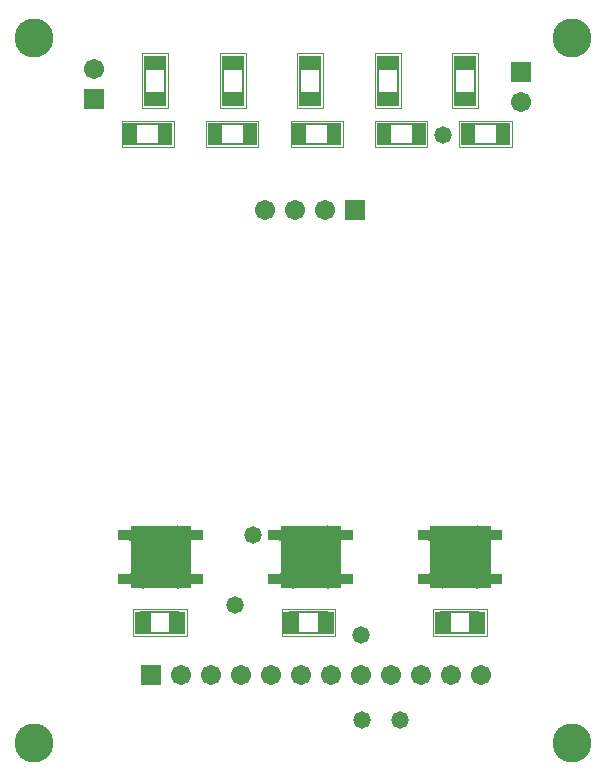
<source format=gts>
G04*
G04 #@! TF.GenerationSoftware,Altium Limited,Altium Designer,18.0.7 (293)*
G04*
G04 Layer_Color=8388736*
%FSLAX25Y25*%
%MOIN*%
G70*
G01*
G75*
%ADD10C,0.00500*%
%ADD12C,0.00197*%
%ADD17R,0.05249X0.07769*%
%ADD18R,0.04619X0.07611*%
%ADD19R,0.07611X0.05131*%
%ADD20R,0.04737X0.03556*%
%ADD21C,0.13005*%
%ADD22R,0.06706X0.06706*%
%ADD23C,0.06706*%
%ADD24R,0.06706X0.06706*%
%ADD25C,0.05800*%
G36*
X40841Y81736D02*
X60925D01*
Y61258D01*
X40841D01*
Y81736D01*
D02*
G37*
G36*
X90747D02*
X110831D01*
Y61258D01*
X90747D01*
Y81736D01*
D02*
G37*
G36*
X140652D02*
X160736D01*
Y61258D01*
X140652D01*
Y81736D01*
D02*
G37*
D10*
X93504Y46035D02*
Y52965D01*
X106496Y46035D02*
Y52965D01*
X93504D02*
X106496D01*
X93504Y46035D02*
X106496D01*
X93504D02*
Y52965D01*
X106496Y46035D02*
Y52965D01*
X93504D02*
X106496D01*
X93504Y46035D02*
X106496D01*
X144004D02*
Y52965D01*
X156996Y46035D02*
Y52965D01*
X144004D02*
X156996D01*
X144004Y46035D02*
X156996D01*
X144004D02*
Y52965D01*
X156996Y46035D02*
Y52965D01*
X144004D02*
X156996D01*
X144004Y46035D02*
X156996D01*
X44004D02*
X56996D01*
X44004Y52965D02*
X56996D01*
Y46035D02*
Y52965D01*
X44004Y46035D02*
Y52965D01*
Y46035D02*
X56996D01*
X44004Y52965D02*
X56996D01*
Y46035D02*
Y52965D01*
X44004Y46035D02*
Y52965D01*
X152701Y209154D02*
X165299D01*
X152701Y215846D02*
X165299D01*
Y209154D02*
Y215846D01*
X152701Y209154D02*
Y215846D01*
Y209154D02*
X165299D01*
X152701Y215846D02*
X165299D01*
Y209154D02*
Y215846D01*
X152701Y209154D02*
Y215846D01*
X124576Y209154D02*
X137174D01*
X124576Y215846D02*
X137174D01*
Y209154D02*
Y215846D01*
X124576Y209154D02*
Y215846D01*
Y209154D02*
X137174D01*
X124576Y215846D02*
X137174D01*
Y209154D02*
Y215846D01*
X124576Y209154D02*
Y215846D01*
X96451Y209154D02*
X109049D01*
X96451Y215846D02*
X109049D01*
Y209154D02*
Y215846D01*
X96451Y209154D02*
Y215846D01*
Y209154D02*
X109049D01*
X96451Y215846D02*
X109049D01*
Y209154D02*
Y215846D01*
X96451Y209154D02*
Y215846D01*
X68326Y209154D02*
X80924D01*
X68326Y215846D02*
X80924D01*
Y209154D02*
Y215846D01*
X68326Y209154D02*
Y215846D01*
Y209154D02*
X80924D01*
X68326Y215846D02*
X80924D01*
Y209154D02*
Y215846D01*
X68326Y209154D02*
Y215846D01*
X40201Y209154D02*
X52799D01*
X40201Y215846D02*
X52799D01*
Y209154D02*
Y215846D01*
X40201Y209154D02*
Y215846D01*
Y209154D02*
X52799D01*
X40201Y215846D02*
X52799D01*
Y209154D02*
Y215846D01*
X40201Y209154D02*
Y215846D01*
X148856Y223705D02*
X155549D01*
X148856D02*
Y236697D01*
X155549D01*
Y223705D02*
Y236697D01*
X148856Y223705D02*
X155549D01*
X148856D02*
Y236697D01*
X155549D01*
Y223705D02*
Y236697D01*
X123022Y223705D02*
X129715D01*
X123022D02*
Y236697D01*
X129715D01*
Y223705D02*
Y236697D01*
X123022Y223705D02*
X129715D01*
X123022D02*
Y236697D01*
X129715D01*
Y223705D02*
Y236697D01*
X97189Y223705D02*
X103882D01*
X97189D02*
Y236697D01*
X103882D01*
Y223705D02*
Y236697D01*
X97189Y223705D02*
X103882D01*
X97189D02*
Y236697D01*
X103882D01*
Y223705D02*
Y236697D01*
X71356D02*
X78049D01*
Y223705D02*
Y236697D01*
X71356Y223705D02*
X78049D01*
X71356D02*
Y236697D01*
X78049D01*
Y223705D02*
Y236697D01*
X71356Y223705D02*
X78049D01*
X71356D02*
Y236697D01*
X45522Y223705D02*
X52215D01*
X45522D02*
Y236697D01*
X52215D01*
Y223705D02*
Y236697D01*
X45522Y223705D02*
X52215D01*
X45522D02*
Y236697D01*
X52215D01*
Y223705D02*
Y236697D01*
X56471Y61264D02*
X60925Y65718D01*
X40453Y65753D02*
X44942Y61264D01*
X40453Y76995D02*
X45194Y81736D01*
X56334D02*
X60925Y77145D01*
X56471Y61264D02*
X60925Y65718D01*
X40453Y65753D02*
X44942Y61264D01*
X40453Y76995D02*
X45194Y81736D01*
X56334D02*
X60925Y77145D01*
X106377Y61264D02*
X110831Y65718D01*
X90358Y65753D02*
X94847Y61264D01*
X90358Y76995D02*
X95099Y81736D01*
X106239D02*
X110831Y77145D01*
X106377Y61264D02*
X110831Y65718D01*
X90358Y65753D02*
X94847Y61264D01*
X90358Y76995D02*
X95099Y81736D01*
X106239D02*
X110831Y77145D01*
X156282Y61264D02*
X160736Y65718D01*
X140264Y65753D02*
X144753Y61264D01*
X140264Y76995D02*
X145005Y81736D01*
X156145D02*
X160736Y77145D01*
X156282Y61264D02*
X160736Y65718D01*
X140264Y65753D02*
X144753Y61264D01*
X140264Y76995D02*
X145005Y81736D01*
X156145D02*
X160736Y77145D01*
D12*
X108898Y45032D02*
Y53969D01*
X91102Y45032D02*
Y53969D01*
X108898D01*
X91102Y45032D02*
X108898D01*
X159398D02*
Y53969D01*
X141602Y45032D02*
Y53969D01*
X159398D01*
X141602Y45032D02*
X159398D01*
X41602D02*
X59398D01*
X41602Y53969D02*
X59398D01*
X41602Y45032D02*
Y53969D01*
X59398Y45032D02*
Y53969D01*
X150280Y208110D02*
X167720D01*
X150280Y216890D02*
X167720D01*
X150280Y208110D02*
Y216890D01*
X167720Y208110D02*
Y216890D01*
X122155Y208110D02*
X139595D01*
X122155Y216890D02*
X139595D01*
X122155Y208110D02*
Y216890D01*
X139595Y208110D02*
Y216890D01*
X94030Y208110D02*
X111470D01*
X94030Y216890D02*
X111470D01*
X94030Y208110D02*
Y216890D01*
X111470Y208110D02*
Y216890D01*
X65905Y208110D02*
X83345D01*
X65905Y216890D02*
X83345D01*
X65905Y208110D02*
Y216890D01*
X83345Y208110D02*
Y216890D01*
X37780Y208110D02*
X55220D01*
X37780Y216890D02*
X55220D01*
X37780Y208110D02*
Y216890D01*
X55220Y208110D02*
Y216890D01*
X147871Y221106D02*
Y239295D01*
X156533D01*
Y221106D02*
Y239295D01*
X147871Y221106D02*
X156533D01*
X122038D02*
Y239295D01*
X130699D01*
Y221106D02*
Y239295D01*
X122038Y221106D02*
X130699D01*
X96205D02*
Y239295D01*
X104866D01*
Y221106D02*
Y239295D01*
X96205Y221106D02*
X104866D01*
X79033D02*
Y239295D01*
X70371Y221106D02*
X79033D01*
X70371D02*
Y239295D01*
X79033D01*
X44538Y221106D02*
Y239295D01*
X53199D01*
Y221106D02*
Y239295D01*
X44538Y221106D02*
X53199D01*
D17*
X105689Y49500D02*
D03*
X94311D02*
D03*
X156189D02*
D03*
X144811D02*
D03*
X44811D02*
D03*
X56189D02*
D03*
D18*
X153173Y212500D02*
D03*
X164827D02*
D03*
X125048D02*
D03*
X136702D02*
D03*
X96923D02*
D03*
X108577D02*
D03*
X68798D02*
D03*
X80452D02*
D03*
X40673D02*
D03*
X52327D02*
D03*
D19*
X152202Y224256D02*
D03*
Y236146D02*
D03*
X126369Y224256D02*
D03*
Y236146D02*
D03*
X100535Y224256D02*
D03*
Y236146D02*
D03*
X74702D02*
D03*
Y224256D02*
D03*
X48869D02*
D03*
Y236146D02*
D03*
D20*
X38878Y78783D02*
D03*
X62500D02*
D03*
X38878Y64217D02*
D03*
X62500D02*
D03*
X88783Y78783D02*
D03*
X112406D02*
D03*
X88783Y64217D02*
D03*
X112406D02*
D03*
X138689Y78783D02*
D03*
X162311D02*
D03*
X138689Y64217D02*
D03*
X162311D02*
D03*
D21*
X8500Y9500D02*
D03*
X188000D02*
D03*
Y244500D02*
D03*
X8500D02*
D03*
D22*
X28500Y224000D02*
D03*
X171000Y233000D02*
D03*
D23*
X28500Y234000D02*
D03*
X171000Y223000D02*
D03*
X85500Y187000D02*
D03*
X95500D02*
D03*
X105500D02*
D03*
X157500Y32000D02*
D03*
X147500D02*
D03*
X137500D02*
D03*
X127500D02*
D03*
X117500D02*
D03*
X107500D02*
D03*
X97500D02*
D03*
X87500D02*
D03*
X77500D02*
D03*
X67500D02*
D03*
X57500D02*
D03*
D24*
X115500Y187000D02*
D03*
X47500Y32000D02*
D03*
D25*
X117500Y45500D02*
D03*
X118000Y17000D02*
D03*
X130500D02*
D03*
X75500Y55500D02*
D03*
X145000Y212000D02*
D03*
X81600Y78783D02*
D03*
M02*

</source>
